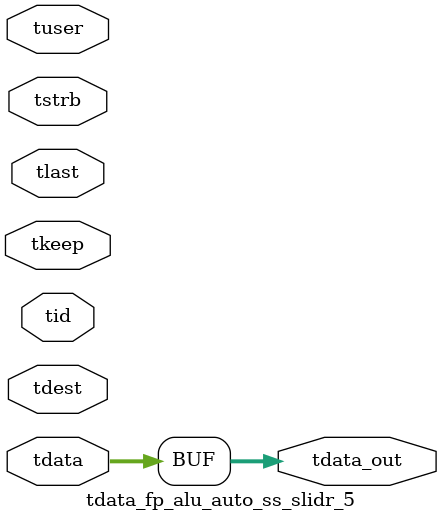
<source format=v>


`timescale 1ps/1ps

module tdata_fp_alu_auto_ss_slidr_5 #
(
parameter C_S_AXIS_TDATA_WIDTH = 32,
parameter C_S_AXIS_TUSER_WIDTH = 0,
parameter C_S_AXIS_TID_WIDTH   = 0,
parameter C_S_AXIS_TDEST_WIDTH = 0,
parameter C_M_AXIS_TDATA_WIDTH = 32
)
(
input  [(C_S_AXIS_TDATA_WIDTH == 0 ? 1 : C_S_AXIS_TDATA_WIDTH)-1:0     ] tdata,
input  [(C_S_AXIS_TUSER_WIDTH == 0 ? 1 : C_S_AXIS_TUSER_WIDTH)-1:0     ] tuser,
input  [(C_S_AXIS_TID_WIDTH   == 0 ? 1 : C_S_AXIS_TID_WIDTH)-1:0       ] tid,
input  [(C_S_AXIS_TDEST_WIDTH == 0 ? 1 : C_S_AXIS_TDEST_WIDTH)-1:0     ] tdest,
input  [(C_S_AXIS_TDATA_WIDTH/8)-1:0 ] tkeep,
input  [(C_S_AXIS_TDATA_WIDTH/8)-1:0 ] tstrb,
input                                                                    tlast,
output [C_M_AXIS_TDATA_WIDTH-1:0] tdata_out
);

assign tdata_out = {tdata[31:0]};

endmodule


</source>
